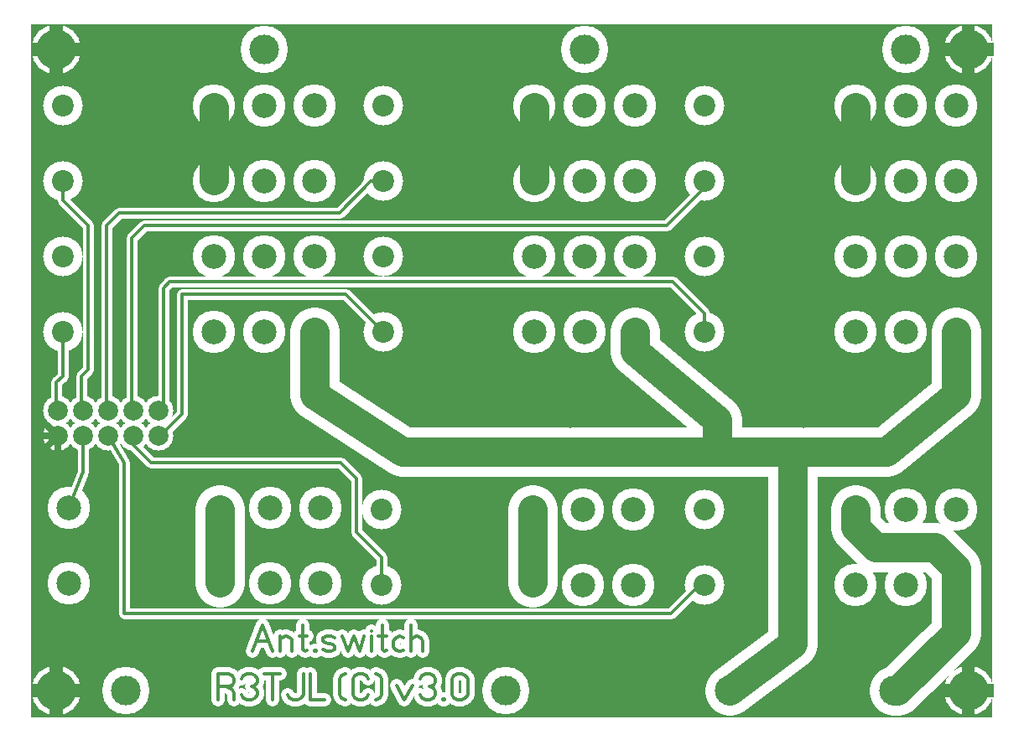
<source format=gbr>
%FSLAX34Y34*%
%MOMM*%
%LNCOPPER_TOP*%
G71*
G01*
%ADD10C, 4.000*%
%ADD11C, 4.300*%
%ADD12C, 4.800*%
%ADD13C, 5.000*%
%ADD14C, 3.000*%
%ADD15C, 3.000*%
%ADD16C, 1.100*%
%ADD17C, 5.000*%
%ADD18C, 1.333*%
%ADD19C, 3.000*%
%ADD20C, 1.000*%
%ADD21C, 0.667*%
%ADD22C, 2.200*%
%ADD23C, 2.500*%
%ADD24C, 2.000*%
%ADD25C, 0.300*%
%ADD26C, 4.000*%
%ADD27C, 0.333*%
%LPD*%
G36*
X0Y0D02*
X970000Y0D01*
X970000Y-700000D01*
X0Y-700000D01*
X0Y0D01*
G37*
%LPC*%
X679450Y-82551D02*
G54D10*
D03*
X679450Y-158751D02*
G54D10*
D03*
X831850Y-82551D02*
G54D11*
D03*
X882650Y-82551D02*
G54D11*
D03*
X933450Y-82551D02*
G54D11*
D03*
X831850Y-158751D02*
G54D11*
D03*
X882650Y-158751D02*
G54D11*
D03*
X933450Y-158751D02*
G54D11*
D03*
X882650Y-25400D02*
G54D12*
D03*
X558800Y-25400D02*
G54D12*
D03*
X234950Y-25400D02*
G54D12*
D03*
X31750Y-234951D02*
G54D10*
D03*
X31750Y-311151D02*
G54D10*
D03*
X184150Y-234951D02*
G54D11*
D03*
X234950Y-234951D02*
G54D11*
D03*
X285750Y-234951D02*
G54D11*
D03*
X184150Y-311151D02*
G54D11*
D03*
X234950Y-311151D02*
G54D11*
D03*
X285750Y-311151D02*
G54D11*
D03*
X31750Y-82551D02*
G54D10*
D03*
X31750Y-158751D02*
G54D10*
D03*
X184150Y-82551D02*
G54D11*
D03*
X234950Y-82551D02*
G54D11*
D03*
X285750Y-82551D02*
G54D11*
D03*
X184150Y-158751D02*
G54D11*
D03*
X234950Y-158751D02*
G54D11*
D03*
X285750Y-158751D02*
G54D11*
D03*
X355600Y-82551D02*
G54D10*
D03*
X355600Y-158751D02*
G54D10*
D03*
X508000Y-82551D02*
G54D11*
D03*
X558800Y-82551D02*
G54D11*
D03*
X609600Y-82551D02*
G54D11*
D03*
X508000Y-158751D02*
G54D11*
D03*
X558800Y-158751D02*
G54D11*
D03*
X609600Y-158751D02*
G54D11*
D03*
X355601Y-234952D02*
G54D10*
D03*
X355601Y-311152D02*
G54D10*
D03*
X508001Y-234952D02*
G54D11*
D03*
X558801Y-234952D02*
G54D11*
D03*
X609601Y-234952D02*
G54D11*
D03*
X508001Y-311152D02*
G54D11*
D03*
X558801Y-311152D02*
G54D11*
D03*
X609601Y-311152D02*
G54D11*
D03*
X679450Y-234951D02*
G54D10*
D03*
X679450Y-311151D02*
G54D10*
D03*
X831850Y-234951D02*
G54D11*
D03*
X882650Y-234951D02*
G54D11*
D03*
X933450Y-234951D02*
G54D11*
D03*
X831850Y-311151D02*
G54D11*
D03*
X882650Y-311151D02*
G54D11*
D03*
X933450Y-311151D02*
G54D11*
D03*
X354012Y-490539D02*
G54D10*
D03*
X354012Y-566739D02*
G54D10*
D03*
X506412Y-490539D02*
G54D11*
D03*
X557212Y-490539D02*
G54D11*
D03*
X608012Y-490539D02*
G54D11*
D03*
X506412Y-566739D02*
G54D11*
D03*
X557212Y-566739D02*
G54D11*
D03*
X608012Y-566739D02*
G54D11*
D03*
X38100Y-488951D02*
G54D11*
D03*
X38100Y-565151D02*
G54D11*
D03*
X190500Y-488951D02*
G54D11*
D03*
X241300Y-488951D02*
G54D11*
D03*
X292100Y-488951D02*
G54D11*
D03*
X190500Y-565151D02*
G54D11*
D03*
X241300Y-565151D02*
G54D11*
D03*
X292100Y-565151D02*
G54D11*
D03*
G54D13*
X285750Y-311150D02*
X285750Y-374650D01*
X374650Y-431800D01*
X863600Y-431800D01*
X933450Y-374650D01*
X933450Y-311150D01*
G54D13*
X609600Y-311150D02*
X609600Y-330200D01*
X692150Y-400050D01*
X692150Y-431800D01*
X95250Y-673100D02*
G54D12*
D03*
X479425Y-673100D02*
G54D12*
D03*
X704850Y-673100D02*
G54D12*
D03*
X871538Y-673100D02*
G54D12*
D03*
X127000Y-25400D02*
G54D14*
D03*
X444500Y-25400D02*
G54D14*
D03*
X774700Y-25400D02*
G54D14*
D03*
X158750Y-673100D02*
G54D14*
D03*
X549275Y-673100D02*
G54D14*
D03*
X635000Y-673100D02*
G54D14*
D03*
X811212Y-673100D02*
G54D14*
D03*
X128492Y-390098D02*
G54D15*
D03*
X128492Y-415498D02*
G54D15*
D03*
X103092Y-390098D02*
G54D15*
D03*
X103092Y-415498D02*
G54D15*
D03*
X77692Y-390098D02*
G54D15*
D03*
X77692Y-415498D02*
G54D15*
D03*
X52292Y-390098D02*
G54D15*
D03*
X52292Y-415498D02*
G54D15*
D03*
X26892Y-390098D02*
G54D15*
D03*
X26892Y-415498D02*
G54D15*
D03*
G54D16*
X31750Y-311150D02*
X31750Y-355600D01*
X25400Y-361950D01*
X25400Y-387350D01*
G54D16*
X31750Y-158750D02*
X31750Y-177800D01*
X57150Y-203200D01*
X57150Y-349250D01*
X50800Y-355600D01*
X50800Y-387350D01*
G54D16*
X679450Y-311150D02*
X679450Y-292100D01*
X647700Y-260350D01*
X139700Y-260350D01*
X133350Y-266700D01*
X133350Y-387350D01*
X127000Y-393700D01*
G54D16*
X355600Y-158750D02*
X342900Y-158750D01*
X311150Y-190500D01*
X88900Y-190500D01*
X76200Y-203200D01*
X76200Y-393700D01*
G54D16*
X679450Y-158750D02*
X679450Y-165100D01*
X641350Y-203200D01*
X114300Y-203200D01*
X101600Y-215900D01*
X101600Y-387350D01*
G54D16*
X355600Y-311150D02*
X317500Y-273050D01*
X152400Y-273050D01*
X152400Y-393700D01*
X127000Y-419100D01*
X946150Y-25400D02*
G54D17*
D03*
X25400Y-25400D02*
G54D17*
D03*
X25400Y-673100D02*
G54D17*
D03*
X946150Y-673100D02*
G54D17*
D03*
G54D18*
X223838Y-633412D02*
X233838Y-606746D01*
X243838Y-633412D01*
G54D18*
X227838Y-623412D02*
X239838Y-623412D01*
G54D18*
X251170Y-633412D02*
X251170Y-618412D01*
G54D18*
X251170Y-621746D02*
X253170Y-619412D01*
X257170Y-618412D01*
X261170Y-619412D01*
X263170Y-621746D01*
X263170Y-633412D01*
G54D18*
X274504Y-606746D02*
X274504Y-631746D01*
X276504Y-633412D01*
X278504Y-632746D01*
G54D18*
X270504Y-618412D02*
X278504Y-618412D01*
G54D18*
X287436Y-633412D02*
X285836Y-633412D01*
X285836Y-632079D01*
X287436Y-632079D01*
X287436Y-633412D01*
X285836Y-633412D01*
G54D18*
X294770Y-631746D02*
X298770Y-633412D01*
X302770Y-633412D01*
X306770Y-631746D01*
X306770Y-628412D01*
X304770Y-626746D01*
X296770Y-625079D01*
X294770Y-623412D01*
X294770Y-620079D01*
X298770Y-618412D01*
X302770Y-618412D01*
X306770Y-620079D01*
G54D18*
X314102Y-618412D02*
X320102Y-633412D01*
X326102Y-618412D01*
X332102Y-633412D01*
X336102Y-618412D01*
G54D18*
X343436Y-633412D02*
X343436Y-618412D01*
G54D18*
X343436Y-613412D02*
X343436Y-613412D01*
G54D18*
X354768Y-606746D02*
X354768Y-631746D01*
X356768Y-633412D01*
X358768Y-632746D01*
G54D18*
X350768Y-618412D02*
X358768Y-618412D01*
G54D18*
X376102Y-619412D02*
X372102Y-618412D01*
X368102Y-619412D01*
X366102Y-622746D01*
X366102Y-629412D01*
X368102Y-632746D01*
X372102Y-633412D01*
X376102Y-632746D01*
G54D18*
X383434Y-633412D02*
X383434Y-606746D01*
G54D18*
X383434Y-622746D02*
X385434Y-619412D01*
X389434Y-618412D01*
X393434Y-619412D01*
X395434Y-622746D01*
X395434Y-633412D01*
G54D18*
X196912Y-669292D02*
X202912Y-672625D01*
X204912Y-675958D01*
X204912Y-682625D01*
G54D18*
X188912Y-682625D02*
X188912Y-655958D01*
X198912Y-655958D01*
X202912Y-657625D01*
X204912Y-660958D01*
X204912Y-664292D01*
X202912Y-667625D01*
X198912Y-669292D01*
X188912Y-669292D01*
G54D18*
X212246Y-660958D02*
X214246Y-657625D01*
X218246Y-655958D01*
X222246Y-655958D01*
X226246Y-657625D01*
X228246Y-660958D01*
X228246Y-664292D01*
X226246Y-667625D01*
X222246Y-669292D01*
X226246Y-670958D01*
X228246Y-674292D01*
X228246Y-677625D01*
X226246Y-680958D01*
X222246Y-682625D01*
X218246Y-682625D01*
X214246Y-680958D01*
X212246Y-677625D01*
G54D18*
X243578Y-682625D02*
X243578Y-655958D01*
G54D18*
X235578Y-655958D02*
X251578Y-655958D01*
G54D18*
X274912Y-655958D02*
X274912Y-677625D01*
X272912Y-680958D01*
X268912Y-682625D01*
X264912Y-682625D01*
X260912Y-680958D01*
X258912Y-677625D01*
G54D18*
X282244Y-655958D02*
X282244Y-682625D01*
X296244Y-682625D01*
G54D18*
X317310Y-655958D02*
X313310Y-657625D01*
X311310Y-660958D01*
X311310Y-677625D01*
X313310Y-680958D01*
X317310Y-682625D01*
G54D18*
X340644Y-677625D02*
X338644Y-680958D01*
X334644Y-682625D01*
X330644Y-682625D01*
X326644Y-680958D01*
X324644Y-677625D01*
X324644Y-660958D01*
X326644Y-657625D01*
X330644Y-655958D01*
X334644Y-655958D01*
X338644Y-657625D01*
X340644Y-660958D01*
G54D18*
X347976Y-655958D02*
X351976Y-657625D01*
X353976Y-660958D01*
X353976Y-677625D01*
X351976Y-680958D01*
X347976Y-682625D01*
G54D18*
X369042Y-667625D02*
X377042Y-682625D01*
X385042Y-667625D01*
G54D18*
X392376Y-660958D02*
X394376Y-657625D01*
X398376Y-655958D01*
X402376Y-655958D01*
X406376Y-657625D01*
X408376Y-660958D01*
X408376Y-664292D01*
X406376Y-667625D01*
X402376Y-669292D01*
X406376Y-670958D01*
X408376Y-674292D01*
X408376Y-677625D01*
X406376Y-680958D01*
X402376Y-682625D01*
X398376Y-682625D01*
X394376Y-680958D01*
X392376Y-677625D01*
G54D18*
X417308Y-682625D02*
X415708Y-682625D01*
X415708Y-681292D01*
X417308Y-681292D01*
X417308Y-682625D01*
X415708Y-682625D01*
G54D18*
X440642Y-660958D02*
X440642Y-677625D01*
X438642Y-680958D01*
X434642Y-682625D01*
X430642Y-682625D01*
X426642Y-680958D01*
X424642Y-677625D01*
X424642Y-660958D01*
X426642Y-657625D01*
X430642Y-655958D01*
X434642Y-655958D01*
X438642Y-657625D01*
X440642Y-660958D01*
G54D19*
X184150Y-84138D02*
X184150Y-157162D01*
G54D19*
X508000Y-84138D02*
X508000Y-157162D01*
G54D19*
X831850Y-84138D02*
X831850Y-157162D01*
X962026Y-520700D02*
G54D20*
D03*
X808038Y-528638D02*
G54D20*
D03*
X962026Y-631825D02*
G54D20*
D03*
X431800Y-485775D02*
G54D20*
D03*
X644526Y-525462D02*
G54D20*
D03*
X379413Y-647700D02*
G54D20*
D03*
X131763Y-484188D02*
G54D20*
D03*
X444500Y-300038D02*
G54D20*
D03*
X176213Y-400050D02*
G54D20*
D03*
X127000Y-230188D02*
G54D20*
D03*
X782638Y-300038D02*
G54D20*
D03*
X452438Y-227012D02*
G54D20*
D03*
X782638Y-195262D02*
G54D20*
D03*
X88900Y-214312D02*
G54D20*
D03*
X22226Y-195262D02*
G54D20*
D03*
X39688Y-447675D02*
G54D20*
D03*
X125413Y-152400D02*
G54D20*
D03*
X320676Y-104775D02*
G54D20*
D03*
X465138Y-119062D02*
G54D20*
D03*
X644526Y-117475D02*
G54D20*
D03*
X785813Y-95250D02*
G54D20*
D03*
X874713Y-344488D02*
G54D20*
D03*
X544513Y-403225D02*
G54D20*
D03*
X249238Y-415925D02*
G54D20*
D03*
X236538Y-346075D02*
G54D20*
D03*
X322263Y-544512D02*
G54D20*
D03*
X109538Y-563562D02*
G54D20*
D03*
X950913Y-198438D02*
G54D20*
D03*
X679450Y-490539D02*
G54D10*
D03*
X679450Y-566739D02*
G54D10*
D03*
X831850Y-490539D02*
G54D11*
D03*
X882650Y-490539D02*
G54D11*
D03*
X933450Y-490539D02*
G54D11*
D03*
X831850Y-566739D02*
G54D11*
D03*
X882650Y-566739D02*
G54D11*
D03*
X933450Y-566739D02*
G54D11*
D03*
G54D13*
X704850Y-673100D02*
X768350Y-625475D01*
X768350Y-431800D01*
G54D13*
X871538Y-673100D02*
X874712Y-673100D01*
X933450Y-614362D01*
X933450Y-566738D01*
G54D13*
X933450Y-566738D02*
X933450Y-549275D01*
X912812Y-528638D01*
X852488Y-528638D01*
X831850Y-508000D01*
X831850Y-490538D01*
G54D16*
X103188Y-415925D02*
X103188Y-425450D01*
X120650Y-442912D01*
X312738Y-442912D01*
X328612Y-458788D01*
X328612Y-512762D01*
X354012Y-538162D01*
X354012Y-566738D01*
G54D16*
X52388Y-415925D02*
X52388Y-452438D01*
X38100Y-488950D01*
G54D16*
X679450Y-566738D02*
X674688Y-566738D01*
X646112Y-595312D01*
X93662Y-595312D01*
X93662Y-442912D01*
X77788Y-415925D01*
X12700Y-433388D02*
G54D20*
D03*
X42863Y-617538D02*
G54D20*
D03*
X588963Y-644525D02*
G54D20*
D03*
X446088Y-619125D02*
G54D20*
D03*
X779463Y-403225D02*
G54D20*
D03*
X723900Y-474662D02*
G54D20*
D03*
X728663Y-579438D02*
G54D20*
D03*
X533400Y-339725D02*
G54D20*
D03*
G54D13*
X190500Y-490538D02*
X190500Y-563562D01*
G54D13*
X506412Y-490538D02*
X506412Y-563562D01*
X511176Y-528638D02*
G54D20*
D03*
X195263Y-527050D02*
G54D20*
D03*
X141288Y-514350D02*
G54D20*
D03*
X142876Y-539750D02*
G54D20*
D03*
X458788Y-515938D02*
G54D20*
D03*
X458788Y-541338D02*
G54D20*
D03*
X457200Y-574675D02*
G54D20*
D03*
X409576Y-573088D02*
G54D20*
D03*
X182563Y-120650D02*
G54D20*
D03*
X508000Y-120650D02*
G54D20*
D03*
X830263Y-120650D02*
G54D20*
D03*
%LPD*%
G54D21*
G36*
X30225Y-415498D02*
X30225Y-430998D01*
X23559Y-430998D01*
X23559Y-415498D01*
X30225Y-415498D01*
G37*
G36*
X29249Y-417855D02*
X18289Y-428815D01*
X13575Y-424101D01*
X24535Y-413141D01*
X29249Y-417855D01*
G37*
G36*
X26892Y-418831D02*
X11392Y-418831D01*
X11392Y-412165D01*
X26892Y-412165D01*
X26892Y-418831D01*
G37*
G36*
X24535Y-417855D02*
X13575Y-406895D01*
X18289Y-402181D01*
X29249Y-413141D01*
X24535Y-417855D01*
G37*
G54D18*
G36*
X939483Y-25400D02*
X939483Y100D01*
X952817Y100D01*
X952817Y-25400D01*
X939483Y-25400D01*
G37*
G36*
X946150Y-18733D02*
X971650Y-18733D01*
X971650Y-32067D01*
X946150Y-32067D01*
X946150Y-18733D01*
G37*
G36*
X952817Y-25400D02*
X952817Y-50900D01*
X939483Y-50900D01*
X939483Y-25400D01*
X952817Y-25400D01*
G37*
G36*
X946150Y-32067D02*
X920650Y-32067D01*
X920650Y-18733D01*
X946150Y-18733D01*
X946150Y-32067D01*
G37*
G54D18*
G36*
X18733Y-25400D02*
X18733Y100D01*
X32067Y100D01*
X32067Y-25400D01*
X18733Y-25400D01*
G37*
G36*
X25400Y-18733D02*
X50900Y-18733D01*
X50900Y-32067D01*
X25400Y-32067D01*
X25400Y-18733D01*
G37*
G36*
X32067Y-25400D02*
X32067Y-50900D01*
X18733Y-50900D01*
X18733Y-25400D01*
X32067Y-25400D01*
G37*
G36*
X25400Y-32067D02*
X-100Y-32067D01*
X-100Y-18733D01*
X25400Y-18733D01*
X25400Y-32067D01*
G37*
G54D18*
G36*
X18733Y-673100D02*
X18733Y-647600D01*
X32067Y-647600D01*
X32067Y-673100D01*
X18733Y-673100D01*
G37*
G36*
X25400Y-666433D02*
X50900Y-666433D01*
X50900Y-679767D01*
X25400Y-679767D01*
X25400Y-666433D01*
G37*
G36*
X32067Y-673100D02*
X32067Y-698600D01*
X18733Y-698600D01*
X18733Y-673100D01*
X32067Y-673100D01*
G37*
G36*
X25400Y-679767D02*
X-100Y-679767D01*
X-100Y-666433D01*
X25400Y-666433D01*
X25400Y-679767D01*
G37*
G54D18*
G36*
X939483Y-673100D02*
X939483Y-647600D01*
X952817Y-647600D01*
X952817Y-673100D01*
X939483Y-673100D01*
G37*
G36*
X946150Y-666433D02*
X971650Y-666433D01*
X971650Y-679767D01*
X946150Y-679767D01*
X946150Y-666433D01*
G37*
G36*
X952817Y-673100D02*
X952817Y-698600D01*
X939483Y-698600D01*
X939483Y-673100D01*
X952817Y-673100D01*
G37*
G36*
X946150Y-679767D02*
X920650Y-679767D01*
X920650Y-666433D01*
X946150Y-666433D01*
X946150Y-679767D01*
G37*
X679450Y-82551D02*
G54D22*
D03*
X679450Y-158751D02*
G54D22*
D03*
X831850Y-82551D02*
G54D23*
D03*
X882650Y-82551D02*
G54D23*
D03*
X933450Y-82551D02*
G54D23*
D03*
X831850Y-158751D02*
G54D23*
D03*
X882650Y-158751D02*
G54D23*
D03*
X933450Y-158751D02*
G54D23*
D03*
X882650Y-25400D02*
G54D14*
D03*
X558800Y-25400D02*
G54D14*
D03*
X234950Y-25400D02*
G54D14*
D03*
X31750Y-234951D02*
G54D22*
D03*
X31750Y-311151D02*
G54D22*
D03*
X184150Y-234951D02*
G54D23*
D03*
X234950Y-234951D02*
G54D23*
D03*
X285750Y-234951D02*
G54D23*
D03*
X184150Y-311151D02*
G54D23*
D03*
X234950Y-311151D02*
G54D23*
D03*
X285750Y-311151D02*
G54D23*
D03*
X31750Y-82551D02*
G54D22*
D03*
X31750Y-158751D02*
G54D22*
D03*
X184150Y-82551D02*
G54D23*
D03*
X234950Y-82551D02*
G54D23*
D03*
X285750Y-82551D02*
G54D23*
D03*
X184150Y-158751D02*
G54D23*
D03*
X234950Y-158751D02*
G54D23*
D03*
X285750Y-158751D02*
G54D23*
D03*
X355600Y-82551D02*
G54D22*
D03*
X355600Y-158751D02*
G54D22*
D03*
X508000Y-82551D02*
G54D23*
D03*
X558800Y-82551D02*
G54D23*
D03*
X609600Y-82551D02*
G54D23*
D03*
X508000Y-158751D02*
G54D23*
D03*
X558800Y-158751D02*
G54D23*
D03*
X609600Y-158751D02*
G54D23*
D03*
X355601Y-234952D02*
G54D22*
D03*
X355601Y-311152D02*
G54D22*
D03*
X508001Y-234952D02*
G54D23*
D03*
X558801Y-234952D02*
G54D23*
D03*
X609601Y-234952D02*
G54D23*
D03*
X508001Y-311152D02*
G54D23*
D03*
X558801Y-311152D02*
G54D23*
D03*
X609601Y-311152D02*
G54D23*
D03*
X679450Y-234951D02*
G54D22*
D03*
X679450Y-311151D02*
G54D22*
D03*
X831850Y-234951D02*
G54D23*
D03*
X882650Y-234951D02*
G54D23*
D03*
X933450Y-234951D02*
G54D23*
D03*
X831850Y-311151D02*
G54D23*
D03*
X882650Y-311151D02*
G54D23*
D03*
X933450Y-311151D02*
G54D23*
D03*
X354012Y-490539D02*
G54D22*
D03*
X354012Y-566739D02*
G54D22*
D03*
X506412Y-490539D02*
G54D23*
D03*
X557212Y-490539D02*
G54D23*
D03*
X608012Y-490539D02*
G54D23*
D03*
X506412Y-566739D02*
G54D23*
D03*
X557212Y-566739D02*
G54D23*
D03*
X608012Y-566739D02*
G54D23*
D03*
X38100Y-488951D02*
G54D23*
D03*
X38100Y-565151D02*
G54D23*
D03*
X190500Y-488951D02*
G54D23*
D03*
X241300Y-488951D02*
G54D23*
D03*
X292100Y-488951D02*
G54D23*
D03*
X190500Y-565151D02*
G54D23*
D03*
X241300Y-565151D02*
G54D23*
D03*
X292100Y-565151D02*
G54D23*
D03*
G54D19*
X285750Y-311150D02*
X285750Y-374650D01*
X374650Y-431800D01*
X863600Y-431800D01*
X933450Y-374650D01*
X933450Y-311150D01*
G54D19*
X609600Y-311150D02*
X609600Y-330200D01*
X692150Y-400050D01*
X692150Y-431800D01*
X95250Y-673100D02*
G54D14*
D03*
X479425Y-673100D02*
G54D14*
D03*
X704850Y-673100D02*
G54D14*
D03*
X871538Y-673100D02*
G54D14*
D03*
X127000Y-25400D02*
G54D14*
D03*
X444500Y-25400D02*
G54D14*
D03*
X774700Y-25400D02*
G54D14*
D03*
X158750Y-673100D02*
G54D14*
D03*
X549275Y-673100D02*
G54D14*
D03*
X635000Y-673100D02*
G54D14*
D03*
X811212Y-673100D02*
G54D14*
D03*
X128492Y-390098D02*
G54D24*
D03*
X128492Y-415498D02*
G54D24*
D03*
X103092Y-390098D02*
G54D24*
D03*
X103092Y-415498D02*
G54D24*
D03*
X77692Y-390098D02*
G54D24*
D03*
X77692Y-415498D02*
G54D24*
D03*
X52292Y-390098D02*
G54D24*
D03*
X52292Y-415498D02*
G54D24*
D03*
X26892Y-390098D02*
G54D24*
D03*
X26892Y-415498D02*
G54D24*
D03*
G54D25*
X31750Y-311150D02*
X31750Y-355600D01*
X25400Y-361950D01*
X25400Y-387350D01*
G54D25*
X31750Y-158750D02*
X31750Y-177800D01*
X57150Y-203200D01*
X57150Y-349250D01*
X50800Y-355600D01*
X50800Y-387350D01*
G54D25*
X679450Y-311150D02*
X679450Y-292100D01*
X647700Y-260350D01*
X139700Y-260350D01*
X133350Y-266700D01*
X133350Y-387350D01*
X127000Y-393700D01*
G54D25*
X355600Y-158750D02*
X342900Y-158750D01*
X311150Y-190500D01*
X88900Y-190500D01*
X76200Y-203200D01*
X76200Y-393700D01*
G54D25*
X679450Y-158750D02*
X679450Y-165100D01*
X641350Y-203200D01*
X114300Y-203200D01*
X101600Y-215900D01*
X101600Y-387350D01*
G54D25*
X355600Y-311150D02*
X317500Y-273050D01*
X152400Y-273050D01*
X152400Y-393700D01*
X127000Y-419100D01*
X946150Y-25400D02*
G54D26*
D03*
X25400Y-25400D02*
G54D26*
D03*
X25400Y-673100D02*
G54D26*
D03*
X946150Y-673100D02*
G54D26*
D03*
G54D27*
X223838Y-633412D02*
X233838Y-606746D01*
X243838Y-633412D01*
G54D27*
X227838Y-623412D02*
X239838Y-623412D01*
G54D27*
X251170Y-633412D02*
X251170Y-618412D01*
G54D27*
X251170Y-621746D02*
X253170Y-619412D01*
X257170Y-618412D01*
X261170Y-619412D01*
X263170Y-621746D01*
X263170Y-633412D01*
G54D27*
X274504Y-606746D02*
X274504Y-631746D01*
X276504Y-633412D01*
X278504Y-632746D01*
G54D27*
X270504Y-618412D02*
X278504Y-618412D01*
G54D27*
X287436Y-633412D02*
X285836Y-633412D01*
X285836Y-632079D01*
X287436Y-632079D01*
X287436Y-633412D01*
X285836Y-633412D01*
G54D27*
X294770Y-631746D02*
X298770Y-633412D01*
X302770Y-633412D01*
X306770Y-631746D01*
X306770Y-628412D01*
X304770Y-626746D01*
X296770Y-625079D01*
X294770Y-623412D01*
X294770Y-620079D01*
X298770Y-618412D01*
X302770Y-618412D01*
X306770Y-620079D01*
G54D27*
X314102Y-618412D02*
X320102Y-633412D01*
X326102Y-618412D01*
X332102Y-633412D01*
X336102Y-618412D01*
G54D27*
X343436Y-633412D02*
X343436Y-618412D01*
G54D27*
X343436Y-613412D02*
X343436Y-613412D01*
G54D27*
X354768Y-606746D02*
X354768Y-631746D01*
X356768Y-633412D01*
X358768Y-632746D01*
G54D27*
X350768Y-618412D02*
X358768Y-618412D01*
G54D27*
X376102Y-619412D02*
X372102Y-618412D01*
X368102Y-619412D01*
X366102Y-622746D01*
X366102Y-629412D01*
X368102Y-632746D01*
X372102Y-633412D01*
X376102Y-632746D01*
G54D27*
X383434Y-633412D02*
X383434Y-606746D01*
G54D27*
X383434Y-622746D02*
X385434Y-619412D01*
X389434Y-618412D01*
X393434Y-619412D01*
X395434Y-622746D01*
X395434Y-633412D01*
G54D27*
X196912Y-669292D02*
X202912Y-672625D01*
X204912Y-675958D01*
X204912Y-682625D01*
G54D27*
X188912Y-682625D02*
X188912Y-655958D01*
X198912Y-655958D01*
X202912Y-657625D01*
X204912Y-660958D01*
X204912Y-664292D01*
X202912Y-667625D01*
X198912Y-669292D01*
X188912Y-669292D01*
G54D27*
X212246Y-660958D02*
X214246Y-657625D01*
X218246Y-655958D01*
X222246Y-655958D01*
X226246Y-657625D01*
X228246Y-660958D01*
X228246Y-664292D01*
X226246Y-667625D01*
X222246Y-669292D01*
X226246Y-670958D01*
X228246Y-674292D01*
X228246Y-677625D01*
X226246Y-680958D01*
X222246Y-682625D01*
X218246Y-682625D01*
X214246Y-680958D01*
X212246Y-677625D01*
G54D27*
X243578Y-682625D02*
X243578Y-655958D01*
G54D27*
X235578Y-655958D02*
X251578Y-655958D01*
G54D27*
X274912Y-655958D02*
X274912Y-677625D01*
X272912Y-680958D01*
X268912Y-682625D01*
X264912Y-682625D01*
X260912Y-680958D01*
X258912Y-677625D01*
G54D27*
X282244Y-655958D02*
X282244Y-682625D01*
X296244Y-682625D01*
G54D27*
X317310Y-655958D02*
X313310Y-657625D01*
X311310Y-660958D01*
X311310Y-677625D01*
X313310Y-680958D01*
X317310Y-682625D01*
G54D27*
X340644Y-677625D02*
X338644Y-680958D01*
X334644Y-682625D01*
X330644Y-682625D01*
X326644Y-680958D01*
X324644Y-677625D01*
X324644Y-660958D01*
X326644Y-657625D01*
X330644Y-655958D01*
X334644Y-655958D01*
X338644Y-657625D01*
X340644Y-660958D01*
G54D27*
X347976Y-655958D02*
X351976Y-657625D01*
X353976Y-660958D01*
X353976Y-677625D01*
X351976Y-680958D01*
X347976Y-682625D01*
G54D27*
X369042Y-667625D02*
X377042Y-682625D01*
X385042Y-667625D01*
G54D27*
X392376Y-660958D02*
X394376Y-657625D01*
X398376Y-655958D01*
X402376Y-655958D01*
X406376Y-657625D01*
X408376Y-660958D01*
X408376Y-664292D01*
X406376Y-667625D01*
X402376Y-669292D01*
X406376Y-670958D01*
X408376Y-674292D01*
X408376Y-677625D01*
X406376Y-680958D01*
X402376Y-682625D01*
X398376Y-682625D01*
X394376Y-680958D01*
X392376Y-677625D01*
G54D27*
X417308Y-682625D02*
X415708Y-682625D01*
X415708Y-681292D01*
X417308Y-681292D01*
X417308Y-682625D01*
X415708Y-682625D01*
G54D27*
X440642Y-660958D02*
X440642Y-677625D01*
X438642Y-680958D01*
X434642Y-682625D01*
X430642Y-682625D01*
X426642Y-680958D01*
X424642Y-677625D01*
X424642Y-660958D01*
X426642Y-657625D01*
X430642Y-655958D01*
X434642Y-655958D01*
X438642Y-657625D01*
X440642Y-660958D01*
G54D19*
X184150Y-84138D02*
X184150Y-157162D01*
G54D19*
X508000Y-84138D02*
X508000Y-157162D01*
G54D19*
X831850Y-84138D02*
X831850Y-157162D01*
X962026Y-520700D02*
G54D20*
D03*
X808038Y-528638D02*
G54D20*
D03*
X962026Y-631825D02*
G54D20*
D03*
X431800Y-485775D02*
G54D20*
D03*
X644526Y-525462D02*
G54D20*
D03*
X379413Y-647700D02*
G54D20*
D03*
X131763Y-484188D02*
G54D20*
D03*
X444500Y-300038D02*
G54D20*
D03*
X176213Y-400050D02*
G54D20*
D03*
X127000Y-230188D02*
G54D20*
D03*
X782638Y-300038D02*
G54D20*
D03*
X452438Y-227012D02*
G54D20*
D03*
X782638Y-195262D02*
G54D20*
D03*
X88900Y-214312D02*
G54D20*
D03*
X22226Y-195262D02*
G54D20*
D03*
X39688Y-447675D02*
G54D20*
D03*
X125413Y-152400D02*
G54D20*
D03*
X320676Y-104775D02*
G54D20*
D03*
X465138Y-119062D02*
G54D20*
D03*
X644526Y-117475D02*
G54D20*
D03*
X785813Y-95250D02*
G54D20*
D03*
X874713Y-344488D02*
G54D20*
D03*
X544513Y-403225D02*
G54D20*
D03*
X249238Y-415925D02*
G54D20*
D03*
X236538Y-346075D02*
G54D20*
D03*
X322263Y-544512D02*
G54D20*
D03*
X109538Y-563562D02*
G54D20*
D03*
X950913Y-198438D02*
G54D20*
D03*
X679450Y-490539D02*
G54D22*
D03*
X679450Y-566739D02*
G54D22*
D03*
X831850Y-490539D02*
G54D23*
D03*
X882650Y-490539D02*
G54D23*
D03*
X933450Y-490539D02*
G54D23*
D03*
X831850Y-566739D02*
G54D23*
D03*
X882650Y-566739D02*
G54D23*
D03*
X933450Y-566739D02*
G54D23*
D03*
G54D19*
X704850Y-673100D02*
X768350Y-625475D01*
X768350Y-431800D01*
G54D19*
X871538Y-673100D02*
X874712Y-673100D01*
X933450Y-614362D01*
X933450Y-566738D01*
G54D19*
X933450Y-566738D02*
X933450Y-549275D01*
X912812Y-528638D01*
X852488Y-528638D01*
X831850Y-508000D01*
X831850Y-490538D01*
G54D25*
X103188Y-415925D02*
X103188Y-425450D01*
X120650Y-442912D01*
X312738Y-442912D01*
X328612Y-458788D01*
X328612Y-512762D01*
X354012Y-538162D01*
X354012Y-566738D01*
G54D25*
X52388Y-415925D02*
X52388Y-452438D01*
X38100Y-488950D01*
G54D25*
X679450Y-566738D02*
X674688Y-566738D01*
X646112Y-595312D01*
X93662Y-595312D01*
X93662Y-442912D01*
X77788Y-415925D01*
X12700Y-433388D02*
G54D20*
D03*
X42863Y-617538D02*
G54D20*
D03*
X588963Y-644525D02*
G54D20*
D03*
X446088Y-619125D02*
G54D20*
D03*
X779463Y-403225D02*
G54D20*
D03*
X723900Y-474662D02*
G54D20*
D03*
X728663Y-579438D02*
G54D20*
D03*
X533400Y-339725D02*
G54D20*
D03*
G54D19*
X190500Y-490538D02*
X190500Y-563562D01*
G54D19*
X506412Y-490538D02*
X506412Y-563562D01*
X511176Y-528638D02*
G54D20*
D03*
X195263Y-527050D02*
G54D20*
D03*
X141288Y-514350D02*
G54D20*
D03*
X142876Y-539750D02*
G54D20*
D03*
X458788Y-515938D02*
G54D20*
D03*
X458788Y-541338D02*
G54D20*
D03*
X457200Y-574675D02*
G54D20*
D03*
X409576Y-573088D02*
G54D20*
D03*
X182563Y-120650D02*
G54D20*
D03*
X508000Y-120650D02*
G54D20*
D03*
X830263Y-120650D02*
G54D20*
D03*
M02*

</source>
